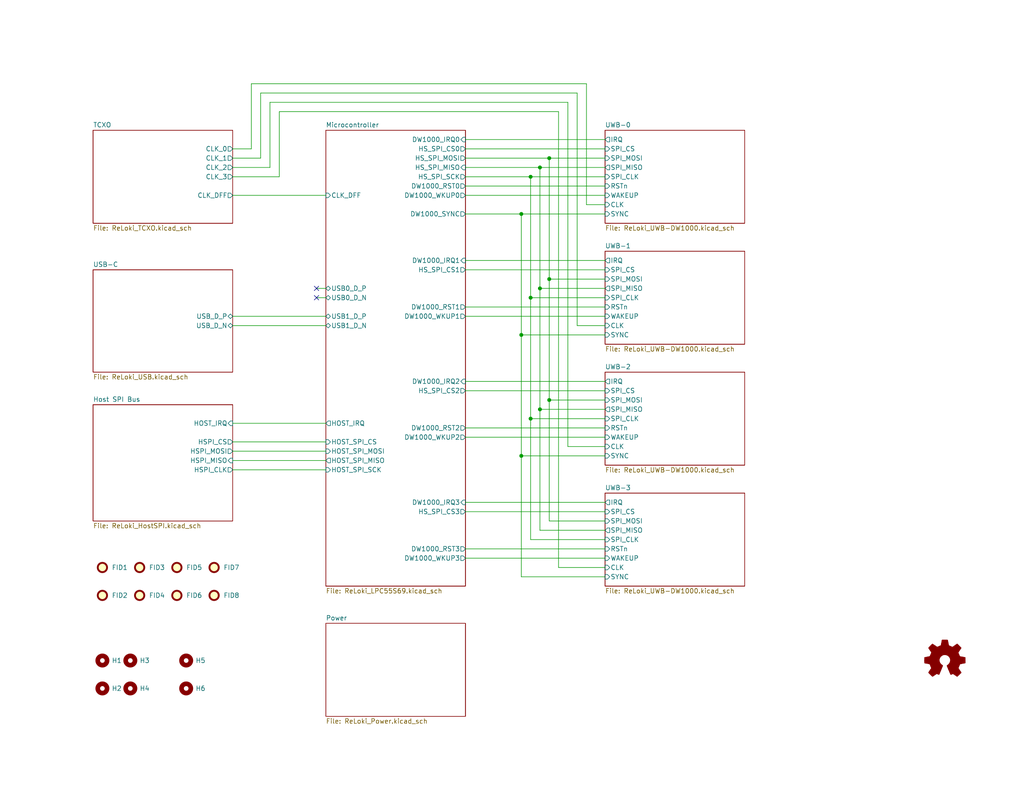
<source format=kicad_sch>
(kicad_sch (version 20231120) (generator "eeschema") (generator_version "8.0")
  (paper "USLetter")
  (title_block (title "ReLoki") (date "2022-12-12") (rev "0.2.1") (company "George Mason University") (comment 1 "UWB based relative localization platform"))
  (lib_symbols
    (symbol "Graphic:Logo_Open_Hardware_Small" (pin_names (offset 1.016))
      (symbol "Logo_Open_Hardware_Small_0_1"
        (polyline (pts (xy 3.3528 -4.3434) (xy 3.302 -4.318) (xy 3.175 -4.2418) (xy 2.9972 -4.1148) (xy 2.7686 -3.9624) (xy 2.54 -3.81) (xy 2.3622 -3.7084) (xy 2.2352 -3.6068) (xy 2.1844 -3.5814) (xy 2.159 -3.6068) (xy 2.0574 -3.6576) (xy 1.905 -3.7338) (xy 1.8034 -3.7846) (xy 1.6764 -3.8354) (xy 1.6002 -3.8354) (xy 1.6002 -3.8354) (xy 1.5494 -3.7338) (xy 1.4732 -3.5306) (xy 1.3462 -3.302) (xy 1.2446 -3.0226) (xy 1.1176 -2.7178) (xy 0.9652 -2.413) (xy 0.8636 -2.1082) (xy 0.7366 -1.8288) (xy 0.6604 -1.6256) (xy 0.6096 -1.4732) (xy 0.5842 -1.397) (xy 0.5842 -1.397) (xy 0.6604 -1.3208) (xy 0.7874 -1.2446) (xy 1.0414 -1.016) (xy 1.2954 -0.6858) (xy 1.4478 -0.3302) (xy 1.524 0.0762) (xy 1.4732 0.4572) (xy 1.3208 0.8128) (xy 1.0668 1.143) (xy 0.762 1.3716) (xy 0.4064 1.524) (xy 0 1.5748) (xy -0.381 1.5494) (xy -0.7366 1.397) (xy -1.0668 1.143) (xy -1.2192 0.9906) (xy -1.397 0.6604) (xy -1.524 0.3048) (xy -1.524 0.2286) (xy -1.4986 -0.1778) (xy -1.397 -0.5334) (xy -1.1938 -0.8636) (xy -0.9144 -1.143) (xy -0.8636 -1.1684) (xy -0.7366 -1.27) (xy -0.635 -1.3462) (xy -0.5842 -1.397) (xy -1.0668 -2.5908) (xy -1.143 -2.794) (xy -1.2954 -3.1242) (xy -1.397 -3.4036) (xy -1.4986 -3.6322) (xy -1.5748 -3.7846) (xy -1.6002 -3.8354) (xy -1.6002 -3.8354) (xy -1.651 -3.8354) (xy -1.7272 -3.81) (xy -1.905 -3.7338) (xy -2.0066 -3.683) (xy -2.1336 -3.6068) (xy -2.2098 -3.5814) (xy -2.2606 -3.6068) (xy -2.3622 -3.683) (xy -2.54 -3.81) (xy -2.7686 -3.9624) (xy -2.9718 -4.0894) (xy -3.1496 -4.2164) (xy -3.302 -4.318) (xy -3.3528 -4.3434) (xy -3.3782 -4.3434) (xy -3.429 -4.318) (xy -3.5306 -4.2164) (xy -3.7084 -4.064) (xy -3.937 -3.8354) (xy -3.9624 -3.81) (xy -4.1656 -3.6068) (xy -4.318 -3.4544) (xy -4.4196 -3.3274) (xy -4.445 -3.2766) (xy -4.445 -3.2766) (xy -4.4196 -3.2258) (xy -4.318 -3.0734) (xy -4.2164 -2.8956) (xy -4.064 -2.667) (xy -3.6576 -2.0828) (xy -3.8862 -1.5494) (xy -3.937 -1.3716) (xy -4.0386 -1.1684) (xy -4.0894 -1.0414) (xy -4.1148 -0.9652) (xy -4.191 -0.9398) (xy -4.318 -0.9144) (xy -4.5466 -0.8636) (xy -4.8006 -0.8128) (xy -5.0546 -0.7874) (xy -5.2578 -0.7366) (xy -5.4356 -0.7112) (xy -5.5118 -0.6858) (xy -5.5118 -0.6858) (xy -5.5372 -0.635) (xy -5.5372 -0.5588) (xy -5.5372 -0.4318) (xy -5.5626 -0.2286) (xy -5.5626 0.0762) (xy -5.5626 0.127) (xy -5.5372 0.4064) (xy -5.5372 0.635) (xy -5.5372 0.762) (xy -5.5372 0.8382) (xy -5.5372 0.8382) (xy -5.461 0.8382) (xy -5.3086 0.889) (xy -5.08 0.9144) (xy -4.826 0.9652) (xy -4.8006 0.9906) (xy -4.5466 1.0414) (xy -4.318 1.0668) (xy -4.1656 1.1176) (xy -4.0894 1.143) (xy -4.0894 1.143) (xy -4.0386 1.2446) (xy -3.9624 1.4224) (xy -3.8608 1.6256) (xy -3.7846 1.8288) (xy -3.7084 2.0066) (xy -3.6576 2.159) (xy -3.6322 2.2098) (xy -3.6322 2.2098) (xy -3.683 2.286) (xy -3.7592 2.413) (xy -3.8862 2.5908) (xy -4.064 2.8194) (xy -4.064 2.8448) (xy -4.2164 3.0734) (xy -4.3434 3.2512) (xy -4.4196 3.3782) (xy -4.445 3.4544) (xy -4.445 3.4544) (xy -4.3942 3.5052) (xy -4.2926 3.6322) (xy -4.1148 3.81) (xy -3.937 4.0132) (xy -3.8608 4.064) (xy -3.6576 4.2926) (xy -3.5052 4.4196) (xy -3.4036 4.4958) (xy -3.3528 4.5212) (xy -3.3528 4.5212) (xy -3.302 4.4704) (xy -3.1496 4.3688) (xy -2.9718 4.2418) (xy -2.7432 4.0894) (xy -2.7178 4.0894) (xy -2.4892 3.937) (xy -2.3114 3.81) (xy -2.1844 3.7084) (xy -2.1336 3.683) (xy -2.1082 3.683) (xy -2.032 3.7084) (xy -1.8542 3.7592) (xy -1.6764 3.8354) (xy -1.4732 3.937) (xy -1.27 4.0132) (xy -1.143 4.064) (xy -1.0668 4.1148) (xy -1.0668 4.1148) (xy -1.0414 4.191) (xy -1.016 4.3434) (xy -0.9652 4.572) (xy -0.9144 4.8514) (xy -0.889 4.9022) (xy -0.8382 5.1562) (xy -0.8128 5.3848) (xy -0.7874 5.5372) (xy -0.762 5.588) (xy -0.7112 5.6134) (xy -0.5842 5.6134) (xy -0.4064 5.6134) (xy -0.1524 5.6134) (xy 0.0762 5.6134) (xy 0.3302 5.6134) (xy 0.5334 5.6134) (xy 0.6858 5.588) (xy 0.7366 5.588) (xy 0.7366 5.588) (xy 0.762 5.5118) (xy 0.8128 5.334) (xy 0.8382 5.1054) (xy 0.9144 4.826) (xy 0.9144 4.7752) (xy 0.9652 4.5212) (xy 1.016 4.2926) (xy 1.0414 4.1402) (xy 1.0668 4.0894) (xy 1.0668 4.0894) (xy 1.1938 4.0386) (xy 1.3716 3.9624) (xy 1.5748 3.8608) (xy 2.0828 3.6576) (xy 2.7178 4.0894) (xy 2.7686 4.1402) (xy 2.9972 4.2926) (xy 3.175 4.4196) (xy 3.302 4.4958) (xy 3.3782 4.5212) (xy 3.3782 4.5212) (xy 3.429 4.4704) (xy 3.556 4.3434) (xy 3.7338 4.191) (xy 3.9116 3.9878) (xy 4.064 3.8354) (xy 4.2418 3.6576) (xy 4.3434 3.556) (xy 4.4196 3.4798) (xy 4.4196 3.429) (xy 4.4196 3.4036) (xy 4.3942 3.3274) (xy 4.2926 3.2004) (xy 4.1656 2.9972) (xy 4.0132 2.794) (xy 3.8862 2.5908) (xy 3.7592 2.3876) (xy 3.6576 2.2352) (xy 3.6322 2.159) (xy 3.6322 2.1336) (xy 3.683 2.0066) (xy 3.7592 1.8288) (xy 3.8608 1.6002) (xy 4.064 1.1176) (xy 4.3942 1.0414) (xy 4.5974 1.016) (xy 4.8768 0.9652) (xy 5.1308 0.9144) (xy 5.5372 0.8382) (xy 5.5626 -0.6604) (xy 5.4864 -0.6858) (xy 5.4356 -0.6858) (xy 5.2832 -0.7366) (xy 5.0546 -0.762) (xy 4.8006 -0.8128) (xy 4.5974 -0.8636) (xy 4.3688 -0.9144) (xy 4.2164 -0.9398) (xy 4.1402 -0.9398) (xy 4.1148 -0.9652) (xy 4.064 -1.0668) (xy 3.9878 -1.2446) (xy 3.9116 -1.4478) (xy 3.81 -1.651) (xy 3.7338 -1.8542) (xy 3.683 -2.0066) (xy 3.6576 -2.0828) (xy 3.683 -2.1336) (xy 3.7846 -2.2606) (xy 3.8862 -2.4638) (xy 4.0386 -2.667) (xy 4.191 -2.8956) (xy 4.318 -3.0734) (xy 4.3942 -3.2004) (xy 4.445 -3.2766) (xy 4.4196 -3.3274) (xy 4.3434 -3.429) (xy 4.1656 -3.5814) (xy 3.937 -3.8354) (xy 3.8862 -3.8608) (xy 3.683 -4.064) (xy 3.5306 -4.2164) (xy 3.4036 -4.318) (xy 3.3528 -4.3434)) (fill (type outline)))
      )
    )
    (symbol "Mechanical:Fiducial"
      (property "Reference" "FID" (at 0 5.08 0))
      (property "Value" "Fiducial" (at 0 3.175 0))
      (symbol "Fiducial_0_1"
        (circle (center 0 0) (radius 1.27) (stroke (width 0.508)) (fill (type background)))
      )
    )
    (symbol "Mechanical:MountingHole" (pin_names (offset 1.016))
      (property "Reference" "H" (at 0 5.08 0))
      (property "Value" "MountingHole" (at 0 3.175 0))
      (symbol "MountingHole_0_1"
        (circle (center 0 0) (radius 1.27) (stroke (width 1.27)))
      )
    )
  )
  (junction (at 147.32 111.76))
  (junction (at 147.32 45.72))
  (junction (at 142.24 91.44))
  (junction (at 149.86 109.22))
  (junction (at 142.24 58.42))
  (junction (at 149.86 43.18))
  (junction (at 144.78 114.3))
  (junction (at 144.78 48.26))
  (junction (at 144.78 81.28))
  (junction (at 147.32 78.74))
  (junction (at 149.86 76.2))
  (junction (at 142.24 124.46))
  (no_connect (at 86.36 78.74))
  (no_connect (at 86.36 81.28))
  (wire (pts (xy 142.24 124.46) (xy 142.24 157.48)))
  (wire (pts (xy 71.12 25.4) (xy 157.48 25.4)))
  (wire (pts (xy 160.02 22.86) (xy 160.02 55.88)))
  (wire (pts (xy 152.4 154.94) (xy 165.1 154.94)))
  (wire (pts (xy 127 48.26) (xy 144.78 48.26)))
  (wire (pts (xy 147.32 45.72) (xy 165.1 45.72)))
  (wire (pts (xy 144.78 81.28) (xy 165.1 81.28)))
  (wire (pts (xy 160.02 55.88) (xy 165.1 55.88)))
  (wire (pts (xy 127 119.38) (xy 165.1 119.38)))
  (wire (pts (xy 144.78 114.3) (xy 144.78 147.32)))
  (wire (pts (xy 76.2 30.48) (xy 152.4 30.48)))
  (wire (pts (xy 147.32 78.74) (xy 147.32 111.76)))
  (wire (pts (xy 142.24 91.44) (xy 142.24 124.46)))
  (wire (pts (xy 63.5 120.65) (xy 88.9 120.65)))
  (wire (pts (xy 127 43.18) (xy 149.86 43.18)))
  (wire (pts (xy 149.86 109.22) (xy 165.1 109.22)))
  (wire (pts (xy 127 53.34) (xy 165.1 53.34)))
  (wire (pts (xy 165.1 147.32) (xy 144.78 147.32)))
  (wire (pts (xy 144.78 81.28) (xy 144.78 114.3)))
  (wire (pts (xy 127 149.86) (xy 165.1 149.86)))
  (wire (pts (xy 142.24 58.42) (xy 165.1 58.42)))
  (wire (pts (xy 127 139.7) (xy 165.1 139.7)))
  (wire (pts (xy 157.48 25.4) (xy 157.48 88.9)))
  (wire (pts (xy 127 106.68) (xy 165.1 106.68)))
  (wire (pts (xy 127 38.1) (xy 165.1 38.1)))
  (wire (pts (xy 149.86 76.2) (xy 165.1 76.2)))
  (wire (pts (xy 63.5 123.19) (xy 88.9 123.19)))
  (wire (pts (xy 63.5 53.34) (xy 88.9 53.34)))
  (wire (pts (xy 127 50.8) (xy 165.1 50.8)))
  (wire (pts (xy 149.86 43.18) (xy 149.86 76.2)))
  (wire (pts (xy 63.5 48.26) (xy 76.2 48.26)))
  (wire (pts (xy 149.86 43.18) (xy 165.1 43.18)))
  (wire (pts (xy 63.5 125.73) (xy 88.9 125.73)))
  (wire (pts (xy 142.24 91.44) (xy 165.1 91.44)))
  (wire (pts (xy 68.58 40.64) (xy 68.58 22.86)))
  (wire (pts (xy 142.24 58.42) (xy 142.24 91.44)))
  (wire (pts (xy 127 104.14) (xy 165.1 104.14)))
  (wire (pts (xy 127 137.16) (xy 165.1 137.16)))
  (wire (pts (xy 63.5 45.72) (xy 73.66 45.72)))
  (wire (pts (xy 165.1 144.78) (xy 147.32 144.78)))
  (wire (pts (xy 63.5 86.36) (xy 88.9 86.36)))
  (wire (pts (xy 147.32 111.76) (xy 165.1 111.76)))
  (wire (pts (xy 157.48 88.9) (xy 165.1 88.9)))
  (wire (pts (xy 63.5 43.18) (xy 71.12 43.18)))
  (wire (pts (xy 154.94 27.94) (xy 154.94 121.92)))
  (wire (pts (xy 127 83.82) (xy 165.1 83.82)))
  (wire (pts (xy 63.5 88.9) (xy 88.9 88.9)))
  (wire (pts (xy 142.24 124.46) (xy 165.1 124.46)))
  (wire (pts (xy 68.58 22.86) (xy 160.02 22.86)))
  (wire (pts (xy 147.32 45.72) (xy 147.32 78.74)))
  (wire (pts (xy 165.1 157.48) (xy 142.24 157.48)))
  (wire (pts (xy 147.32 111.76) (xy 147.32 144.78)))
  (wire (pts (xy 149.86 76.2) (xy 149.86 109.22)))
  (wire (pts (xy 147.32 78.74) (xy 165.1 78.74)))
  (wire (pts (xy 73.66 45.72) (xy 73.66 27.94)))
  (wire (pts (xy 127 86.36) (xy 165.1 86.36)))
  (wire (pts (xy 76.2 48.26) (xy 76.2 30.48)))
  (wire (pts (xy 127 45.72) (xy 147.32 45.72)))
  (wire (pts (xy 63.5 115.57) (xy 88.9 115.57)))
  (wire (pts (xy 86.36 78.74) (xy 88.9 78.74)))
  (wire (pts (xy 144.78 48.26) (xy 144.78 81.28)))
  (wire (pts (xy 127 73.66) (xy 165.1 73.66)))
  (wire (pts (xy 127 40.64) (xy 165.1 40.64)))
  (wire (pts (xy 165.1 142.24) (xy 149.86 142.24)))
  (wire (pts (xy 154.94 121.92) (xy 165.1 121.92)))
  (wire (pts (xy 86.36 81.28) (xy 88.9 81.28)))
  (wire (pts (xy 127 58.42) (xy 142.24 58.42)))
  (wire (pts (xy 149.86 109.22) (xy 149.86 142.24)))
  (wire (pts (xy 127 152.4) (xy 165.1 152.4)))
  (wire (pts (xy 144.78 114.3) (xy 165.1 114.3)))
  (wire (pts (xy 71.12 43.18) (xy 71.12 25.4)))
  (wire (pts (xy 73.66 27.94) (xy 154.94 27.94)))
  (wire (pts (xy 152.4 30.48) (xy 152.4 154.94)))
  (wire (pts (xy 63.5 128.27) (xy 88.9 128.27)))
  (wire (pts (xy 127 71.12) (xy 165.1 71.12)))
  (wire (pts (xy 127 116.84) (xy 165.1 116.84)))
  (wire (pts (xy 144.78 48.26) (xy 165.1 48.26)))
  (wire (pts (xy 63.5 40.64) (xy 68.58 40.64)))
  (symbol (lib_id "Mechanical:Fiducial") (at 27.94 154.94 0) (unit 1)
    (property "Reference" "FID1" (at 30.48 154.9399 0) (effects (justify left)))
    (property "Value" "Fiducial" (effects (hide yes)))
    (property "Footprint" "Fiducial:Fiducial_0.75mm_Mask1.5mm" (effects (hide yes)))
  )
  (symbol (lib_id "Mechanical:MountingHole") (at 27.94 180.34 0) (unit 1)
    (property "Reference" "H1" (at 30.48 180.3399 0) (effects (justify left)))
    (property "Value" "MountingHole" (effects (hide yes)))
    (property "Footprint" "MountingHole:MountingHole_2.2mm_M2_Pad_Via" (effects (hide yes)))
  )
  (symbol (lib_id "Mechanical:MountingHole") (at 27.94 187.96 0) (unit 1)
    (property "Reference" "H2" (at 30.48 187.9599 0) (effects (justify left)))
    (property "Value" "MountingHole" (effects (hide yes)))
    (property "Footprint" "MountingHole:MountingHole_2.2mm_M2_Pad_Via" (effects (hide yes)))
  )
  (symbol (lib_id "Mechanical:Fiducial") (at 27.94 162.56 0) (unit 1)
    (property "Reference" "FID2" (at 30.48 162.5599 0) (effects (justify left)))
    (property "Value" "Fiducial" (effects (hide yes)))
    (property "Footprint" "Fiducial:Fiducial_0.75mm_Mask1.5mm" (effects (hide yes)))
  )
  (symbol (lib_id "Mechanical:Fiducial") (at 58.42 154.94 0) (unit 1)
    (property "Reference" "FID7" (at 60.96 154.9399 0) (effects (justify left)))
    (property "Value" "Fiducial" (effects (hide yes)))
    (property "Footprint" "Fiducial:Fiducial_0.75mm_Mask1.5mm" (effects (hide yes)))
  )
  (symbol (lib_id "Mechanical:MountingHole") (at 50.8 180.34 0) (unit 1)
    (property "Reference" "H5" (at 53.34 180.3399 0) (effects (justify left)))
    (property "Value" "MountingHole" (effects (hide yes)))
    (property "Footprint" "MountingHole:MountingHole_2.2mm_M2_Pad" (effects (hide yes)))
  )
  (symbol (lib_id "Mechanical:MountingHole") (at 50.8 187.96 0) (unit 1)
    (property "Reference" "H6" (at 53.34 187.9599 0) (effects (justify left)))
    (property "Value" "MountingHole" (effects (hide yes)))
    (property "Footprint" "MountingHole:MountingHole_2.2mm_M2_Pad" (effects (hide yes)))
  )
  (symbol (lib_id "Mechanical:Fiducial") (at 48.26 162.56 0) (unit 1)
    (property "Reference" "FID6" (at 50.8 162.5599 0) (effects (justify left)))
    (property "Value" "Fiducial" (effects (hide yes)))
    (property "Footprint" "Fiducial:Fiducial_0.75mm_Mask1.5mm" (effects (hide yes)))
  )
  (symbol (lib_id "Mechanical:Fiducial") (at 58.42 162.56 0) (unit 1)
    (property "Reference" "FID8" (at 60.96 162.5599 0) (effects (justify left)))
    (property "Value" "Fiducial" (effects (hide yes)))
    (property "Footprint" "Fiducial:Fiducial_0.75mm_Mask1.5mm" (effects (hide yes)))
  )
  (symbol (lib_id "Mechanical:MountingHole") (at 35.56 187.96 0) (unit 1)
    (property "Reference" "H4" (at 38.1 187.9599 0) (effects (justify left)))
    (property "Value" "MountingHole" (effects (hide yes)))
    (property "Footprint" "MountingHole:MountingHole_2.2mm_M2_Pad_Via" (effects (hide yes)))
  )
  (symbol (lib_id "Mechanical:Fiducial") (at 38.1 154.94 0) (unit 1)
    (property "Reference" "FID3" (at 40.64 154.9399 0) (effects (justify left)))
    (property "Value" "Fiducial" (effects (hide yes)))
    (property "Footprint" "Fiducial:Fiducial_0.75mm_Mask1.5mm" (effects (hide yes)))
  )
  (symbol (lib_id "Graphic:Logo_Open_Hardware_Small") (at 257.81 180.34 0) (unit 1)
    (property "Reference" "#LOGO1" (effects (hide yes)))
    (property "Value" "Logo_Open_Hardware_Small" (effects (hide yes)))
  )
  (symbol (lib_id "Mechanical:Fiducial") (at 48.26 154.94 0) (unit 1)
    (property "Reference" "FID5" (at 50.8 154.9399 0) (effects (justify left)))
    (property "Value" "Fiducial" (effects (hide yes)))
    (property "Footprint" "Fiducial:Fiducial_0.75mm_Mask1.5mm" (effects (hide yes)))
  )
  (symbol (lib_id "Mechanical:MountingHole") (at 35.56 180.34 0) (unit 1)
    (property "Reference" "H3" (at 38.1 180.3399 0) (effects (justify left)))
    (property "Value" "MountingHole" (effects (hide yes)))
    (property "Footprint" "MountingHole:MountingHole_2.2mm_M2_Pad_Via" (effects (hide yes)))
  )
  (symbol (lib_id "Mechanical:Fiducial") (at 38.1 162.56 0) (unit 1)
    (property "Reference" "FID4" (at 40.64 162.5599 0) (effects (justify left)))
    (property "Value" "Fiducial" (effects (hide yes)))
    (property "Footprint" "Fiducial:Fiducial_0.75mm_Mask1.5mm" (effects (hide yes)))
  )
  (sheet (at 165.1 68.58) (size 38.1 25.4) (stroke (width 0.1524))
    (property "Sheetname" "UWB-1" (at 165.1 67.8684 0) (effects (justify left bottom)))
    (property "Sheetfile" "ReLoki_UWB-DW1000.kicad_sch" (at 165.1 94.5646 0) (effects (justify left top)))
    (pin "IRQ" output (at 165.1 71.12 180))
    (pin "SPI_CS" input (at 165.1 73.66 180))
    (pin "CLK" input (at 165.1 88.9 180))
    (pin "RSTn" input (at 165.1 83.82 180))
    (pin "SYNC" input (at 165.1 91.44 180))
    (pin "WAKEUP" input (at 165.1 86.36 180))
    (pin "SPI_CLK" input (at 165.1 81.28 180))
    (pin "SPI_MISO" output (at 165.1 78.74 180))
    (pin "SPI_MOSI" input (at 165.1 76.2 180))
  )
  (sheet (at 165.1 134.62) (size 38.1 25.4) (stroke (width 0.1524))
    (property "Sheetname" "UWB-3" (at 165.1 133.9084 0) (effects (justify left bottom)))
    (property "Sheetfile" "ReLoki_UWB-DW1000.kicad_sch" (at 165.1 160.6046 0) (effects (justify left top)))
    (pin "IRQ" output (at 165.1 137.16 180))
    (pin "SPI_CS" input (at 165.1 139.7 180))
    (pin "CLK" input (at 165.1 154.94 180))
    (pin "RSTn" input (at 165.1 149.86 180))
    (pin "SYNC" input (at 165.1 157.48 180))
    (pin "WAKEUP" input (at 165.1 152.4 180))
    (pin "SPI_CLK" input (at 165.1 147.32 180))
    (pin "SPI_MISO" output (at 165.1 144.78 180))
    (pin "SPI_MOSI" input (at 165.1 142.24 180))
  )
  (sheet (at 165.1 35.56) (size 38.1 25.4) (stroke (width 0.1524))
    (property "Sheetname" "UWB-0" (at 165.1 34.8484 0) (effects (justify left bottom)))
    (property "Sheetfile" "ReLoki_UWB-DW1000.kicad_sch" (at 165.1 61.5446 0) (effects (justify left top)))
    (pin "IRQ" output (at 165.1 38.1 180))
    (pin "SPI_CS" input (at 165.1 40.64 180))
    (pin "CLK" input (at 165.1 55.88 180))
    (pin "RSTn" input (at 165.1 50.8 180))
    (pin "SYNC" input (at 165.1 58.42 180))
    (pin "WAKEUP" input (at 165.1 53.34 180))
    (pin "SPI_CLK" input (at 165.1 48.26 180))
    (pin "SPI_MOSI" input (at 165.1 43.18 180))
    (pin "SPI_MISO" output (at 165.1 45.72 180))
  )
  (sheet (at 88.9 35.56) (size 38.1 124.46) (stroke (width 0.1524))
    (property "Sheetname" "Microcontroller" (at 88.9 34.8484 0) (effects (justify left bottom)))
    (property "Sheetfile" "ReLoki_LPC55S69.kicad_sch" (at 88.9 160.6046 0) (effects (justify left top)))
    (pin "HOST_SPI_CS" input (at 88.9 120.65 180))
    (pin "DW1000_RST2" output (at 127 116.84 0))
    (pin "HOST_SPI_MOSI" input (at 88.9 123.19 180))
    (pin "DW1000_RST0" output (at 127 50.8 0))
    (pin "HS_SPI_CS3" output (at 127 139.7 0))
    (pin "HOST_SPI_SCK" input (at 88.9 128.27 180))
    (pin "HS_SPI_SCK" output (at 127 48.26 0))
    (pin "HS_SPI_MISO" input (at 127 45.72 0))
    (pin "HS_SPI_CS1" output (at 127 73.66 0))
    (pin "DW1000_IRQ1" input (at 127 71.12 0))
    (pin "DW1000_WKUP2" output (at 127 119.38 0))
    (pin "HS_SPI_CS2" output (at 127 106.68 0))
    (pin "DW1000_RST1" output (at 127 83.82 0))
    (pin "USB1_D_P" bidirectional (at 88.9 86.36 180))
    (pin "USB1_D_N" bidirectional (at 88.9 88.9 180))
    (pin "USB0_D_N" bidirectional (at 88.9 81.28 180))
    (pin "USB0_D_P" bidirectional (at 88.9 78.74 180))
    (pin "DW1000_IRQ0" input (at 127 38.1 0))
    (pin "DW1000_WKUP3" output (at 127 152.4 0))
    (pin "HS_SPI_MOSI" output (at 127 43.18 0))
    (pin "DW1000_WKUP0" output (at 127 53.34 0))
    (pin "HS_SPI_CS0" output (at 127 40.64 0))
    (pin "DW1000_WKUP1" output (at 127 86.36 0))
    (pin "DW1000_IRQ3" input (at 127 137.16 0))
    (pin "HOST_SPI_MISO" output (at 88.9 125.73 180))
    (pin "DW1000_IRQ2" input (at 127 104.14 0))
    (pin "DW1000_RST3" output (at 127 149.86 0))
    (pin "HOST_IRQ" output (at 88.9 115.57 180))
    (pin "DW1000_SYNC" output (at 127 58.42 0))
    (pin "CLK_DFF" input (at 88.9 53.34 180))
  )
  (sheet (at 88.9 170.18) (size 38.1 25.4) (stroke (width 0.1524))
    (property "Sheetname" "Power" (at 88.9 169.4684 0) (effects (justify left bottom)))
    (property "Sheetfile" "ReLoki_Power.kicad_sch" (at 88.9 196.1646 0) (effects (justify left top)))
  )
  (sheet (at 165.1 101.6) (size 38.1 25.4) (stroke (width 0.1524))
    (property "Sheetname" "UWB-2" (at 165.1 100.8884 0) (effects (justify left bottom)))
    (property "Sheetfile" "ReLoki_UWB-DW1000.kicad_sch" (at 165.1 127.5846 0) (effects (justify left top)))
    (pin "IRQ" output (at 165.1 104.14 180))
    (pin "SPI_CS" input (at 165.1 106.68 180))
    (pin "CLK" input (at 165.1 121.92 180))
    (pin "RSTn" input (at 165.1 116.84 180))
    (pin "SYNC" input (at 165.1 124.46 180))
    (pin "WAKEUP" input (at 165.1 119.38 180))
    (pin "SPI_CLK" input (at 165.1 114.3 180))
    (pin "SPI_MISO" output (at 165.1 111.76 180))
    (pin "SPI_MOSI" input (at 165.1 109.22 180))
  )
  (sheet (at 25.4 110.49) (size 38.1 31.75) (stroke (width 0.1524))
    (property "Sheetname" "Host SPI Bus" (at 25.4 109.7784 0) (effects (justify left bottom)))
    (property "Sheetfile" "ReLoki_HostSPI.kicad_sch" (at 25.4 142.8246 0) (effects (justify left top)))
    (pin "HSPI_MISO" input (at 63.5 125.73 0))
    (pin "HSPI_MOSI" output (at 63.5 123.19 0))
    (pin "HSPI_CLK" output (at 63.5 128.27 0))
    (pin "HSPI_CS" output (at 63.5 120.65 0))
    (pin "HOST_IRQ" input (at 63.5 115.57 0))
  )
  (sheet (at 25.4 73.66) (size 38.1 27.94) (stroke (width 0.1524))
    (property "Sheetname" "USB-C" (at 25.4 72.9484 0) (effects (justify left bottom)))
    (property "Sheetfile" "ReLoki_USB.kicad_sch" (at 25.4 102.1846 0) (effects (justify left top)))
    (pin "USB_D_P" bidirectional (at 63.5 86.36 0))
    (pin "USB_D_N" bidirectional (at 63.5 88.9 0))
  )
  (sheet (at 25.4 35.56) (size 38.1 25.4) (stroke (width 0.1524))
    (property "Sheetname" "TCXO" (at 25.4 34.8484 0) (effects (justify left bottom)))
    (property "Sheetfile" "ReLoki_TCXO.kicad_sch" (at 25.4 61.5446 0) (effects (justify left top)))
    (pin "CLK_1" output (at 63.5 43.18 0))
    (pin "CLK_DFF" output (at 63.5 53.34 0))
    (pin "CLK_0" output (at 63.5 40.64 0))
    (pin "CLK_2" output (at 63.5 45.72 0))
    (pin "CLK_3" output (at 63.5 48.26 0))
  )
)
</source>
